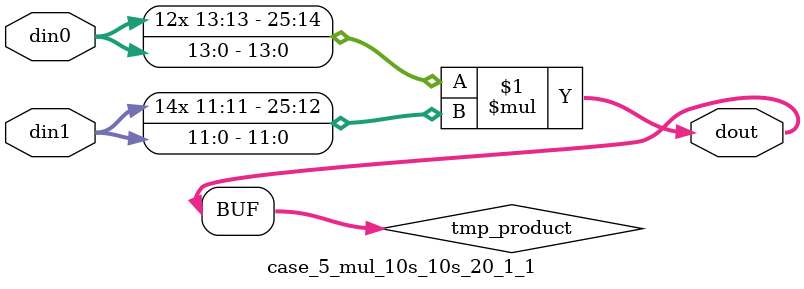
<source format=v>

`timescale 1 ns / 1 ps

 (* use_dsp = "no" *)  module case_5_mul_10s_10s_20_1_1(din0, din1, dout);
parameter ID = 1;
parameter NUM_STAGE = 0;
parameter din0_WIDTH = 14;
parameter din1_WIDTH = 12;
parameter dout_WIDTH = 26;

input [din0_WIDTH - 1 : 0] din0; 
input [din1_WIDTH - 1 : 0] din1; 
output [dout_WIDTH - 1 : 0] dout;

wire signed [dout_WIDTH - 1 : 0] tmp_product;



























assign tmp_product = $signed(din0) * $signed(din1);








assign dout = tmp_product;





















endmodule

</source>
